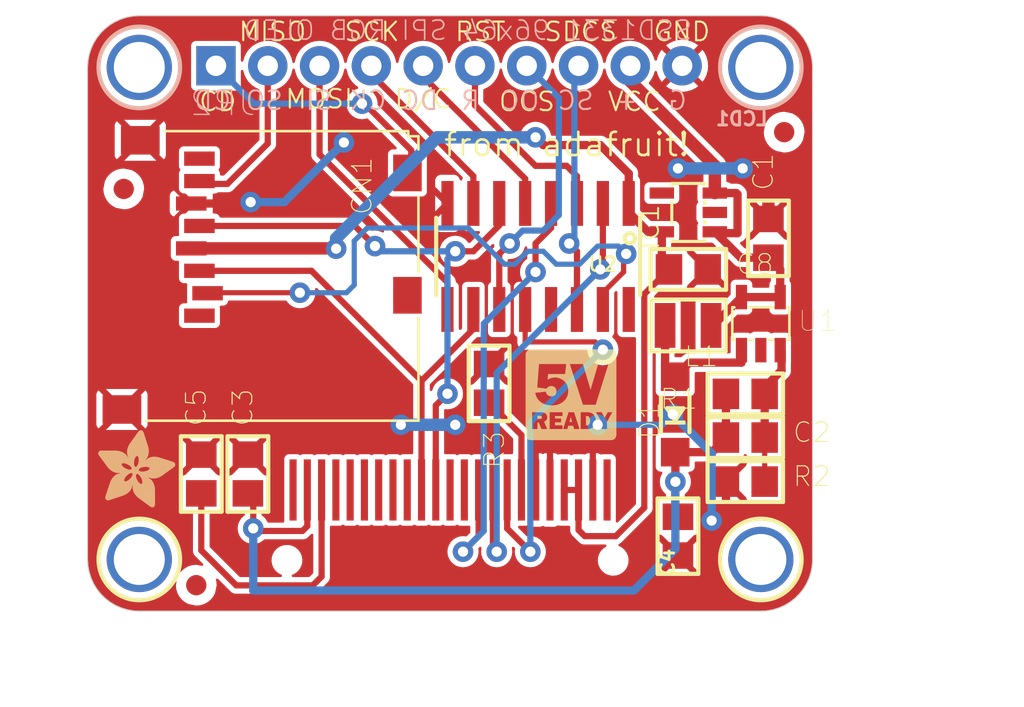
<source format=kicad_pcb>
(kicad_pcb (version 20221018) (generator pcbnew)
  (layers (0 "F.Cu" signal) (1 "In1.Cu" signal) (2 "In2.Cu" signal) (3 "In3.Cu" signal) (4 "In4.Cu" signal) (5 "In5.Cu" signal) (6 "In6.Cu" signal) (7 "In7.Cu" signal) (8 "In8.Cu" signal) (9 "In9.Cu" signal) (10 "In10.Cu" signal) (11 "In11.Cu" signal) (12 "In12.Cu" signal) (13 "In13.Cu" signal) (14 "In14.Cu" signal) (31 "B.Cu" signal) (34 "B.Paste" user) (35 "F.Paste" user) (36 "B.SilkS" user "B.Silkscreen") (37 "F.SilkS" user "F.Silkscreen") (38 "B.Mask" user) (39 "F.Mask" user) (44 "Edge.Cuts" user))
  (net 0 "")
  (net 1 "RESET_5V")
  (net 2 "N$1")
  (net 3 "GND")
  (net 4 "N$3")
  (net 5 "N$5")
  (net 6 "3.3V")
  (net 7 "VCOMH")
  (net 8 "SD_DOUT")
  (net 9 "SD_CD")
  (net 10 "V+")
  (net 11 "+12V")
  (net 12 "SCK_3.3")
  (net 13 "MOSI_3.3")
  (net 14 "DC_3.3")
  (net 15 "LCD_CS_3.3")
  (net 16 "SD_CS_3.3")
  (net 17 "SCK_5V")
  (net 18 "MOSI_5V")
  (net 19 "DC_5V")
  (net 20 "LCD_CS_5V")
  (net 21 "SD_CS_5V")
  (net 22 "RESET_3.3")
  (footprint "working:SOT23-5" (layer "F.Cu") (at 163.7411 105.5026)
    (fp_text reference "U1" (at 1.778 -0.127) (layer "F.SilkS") (effects (font (size 0.986089 0.986089) (thickness 0.029911)) (justify left)))
    (fp_text value "FAN5331SX")
    (pad "1" smd rect (at -0.95 1.3001) (size 0.55 1.2) (layers "F.Cu" "F.Paste" "F.Mask") (net 2 "N$1"))
    (pad "2" smd rect (at 0 1.3001) (size 0.55 1.2) (layers "F.Cu" "F.Paste" "F.Mask") (net 3 "GND"))
    (pad "3" smd rect (at 0.95 1.3001) (size 0.55 1.2) (layers "F.Cu" "F.Paste" "F.Mask") (net 4 "N$3"))
    (pad "4" smd rect (at 0.95 -1.3001) (size 0.55 1.2) (layers "F.Cu" "F.Paste" "F.Mask") (net 10 "V+"))
    (pad "5" smd rect (at -0.95 -1.3001) (size 0.55 1.2) (layers "F.Cu" "F.Paste" "F.Mask") (net 10 "V+"))
  )
  (footprint "working:0805" (layer "F.Cu") (at 162.9791 111.0906)
    (fp_text reference "C2" (at 2.286 -0.254) (layer "F.SilkS") (effects (font (size 0.96268 0.96268) (thickness 0.05332)) (justify left)))
    (fp_text value "0.1uF")
    (pad "1" smd rect (at -0.95 0) (size 1.3 1.5) (layers "F.Cu" "F.Paste" "F.Mask") (net 11 "+12V"))
    (pad "2" smd rect (at 0.95 0) (size 1.3 1.5) (layers "F.Cu" "F.Paste" "F.Mask") (net 4 "N$3"))
  )
  (footprint "working:0805" (layer "F.Cu") (at 138.5861 112.8776 90)
    (fp_text reference "C3" (at 2.286 -0.254 90) (layer "F.SilkS") (effects (font (size 0.96268 0.96268) (thickness 0.05332)) (justify left)))
    (fp_text value "10uF/16V")
    (pad "1" smd rect (at -0.95 0 90) (size 1.3 1.5) (layers "F.Cu" "F.Paste" "F.Mask") (net 11 "+12V"))
    (pad "2" smd rect (at 0.95 0 90) (size 1.3 1.5) (layers "F.Cu" "F.Paste" "F.Mask") (net 3 "GND"))
  )
  (footprint "working:0805" (layer "F.Cu") (at 164.1131 101.3206 90)
    (fp_text reference "C1" (at 2.286 -0.254 90) (layer "F.SilkS") (effects (font (size 0.96268 0.96268) (thickness 0.05332)) (justify left)))
    (fp_text value "10uF")
    (pad "1" smd rect (at -0.95 0 90) (size 1.3 1.5) (layers "F.Cu" "F.Paste" "F.Mask") (net 10 "V+"))
    (pad "2" smd rect (at 0.95 0 90) (size 1.3 1.5) (layers "F.Cu" "F.Paste" "F.Mask") (net 3 "GND"))
  )
  (footprint "working:LOGIC_5VREADY_5MM" (layer "F.Cu") (at 151.9301 111.4806)
    (fp_text reference "U$28" hide)
    (fp_text value "" hide)
  )
  (footprint "working:MICROSD" (layer "F.Cu") (at 146.8501 96.1136 -90)
    (fp_text reference "CN1" (at 1.16 2.67 90) (layer "F.SilkS") (effects (font (size 0.96268 0.96268) (thickness 0.05332)) (justify right)))
    (fp_text value "")
    (pad "1" smd rect (at 9 10.64 270) (size 0.7 1.5) (layers "F.Cu" "F.Paste" "F.Mask"))
    (pad "2" smd rect (at 7.9 10.24 270) (size 0.7 1.5) (layers "F.Cu" "F.Paste" "F.Mask") (net 16 "SD_CS_3.3"))
    (pad "3" smd rect (at 6.8 10.64 270) (size 0.7 1.5) (layers "F.Cu" "F.Paste" "F.Mask") (net 13 "MOSI_3.3"))
    (pad "4" smd rect (at 5.7 11.04 270) (size 0.7 1.5) (layers "F.Cu" "F.Paste" "F.Mask") (net 6 "3.3V"))
    (pad "5" smd rect (at 4.6 10.64 270) (size 0.7 1.5) (layers "F.Cu" "F.Paste" "F.Mask") (net 12 "SCK_3.3"))
    (pad "6" smd rect (at 3.5 11.04 270) (size 0.7 1.5) (layers "F.Cu" "F.Paste" "F.Mask") (net 3 "GND"))
    (pad "7" smd rect (at 2.4 10.64 270) (size 0.7 1.5) (layers "F.Cu" "F.Paste" "F.Mask") (net 8 "SD_DOUT"))
    (pad "8" smd rect (at 1.3 10.64 270) (size 0.7 1.5) (layers "F.Cu" "F.Paste" "F.Mask"))
    (pad "CD1" smd rect (at 2 0.44) (size 1.4 1.8) (layers "F.Cu" "F.Paste" "F.Mask") (net 9 "SD_CD"))
    (pad "CD2" smd rect (at 8 0.44) (size 1.4 1.8) (layers "F.Cu" "F.Paste" "F.Mask"))
    (pad "MT1" smd rect (at 0.4 13.54 270) (size 1.4 1.9) (layers "F.Cu" "F.Paste" "F.Mask") (net 3 "GND"))
    (pad "MT2" smd rect (at 13.6 14.44 270) (size 1.4 1.9) (layers "F.Cu" "F.Paste" "F.Mask") (net 3 "GND"))
  )
  (footprint "working:SOIC16" (layer "F.Cu") (at 152.8191 102.2096 180)
    (fp_text reference "U2" (at -3.937 -0.381) (layer "F.SilkS") (effects (font (size 0.692831 0.692831) (thickness 0.119969)) (justify right)))
    (fp_text value "74HC4050")
    (pad "1" smd rect (at -4.445 2.6 180) (size 0.6 2.2) (layers "F.Cu" "F.Paste" "F.Mask") (net 6 "3.3V"))
    (pad "2" smd rect (at -3.175 2.6 180) (size 0.6 2.2) (layers "F.Cu" "F.Paste" "F.Mask") (net 22 "RESET_3.3"))
    (pad "3" smd rect (at -1.905 2.6 180) (size 0.6 2.2) (layers "F.Cu" "F.Paste" "F.Mask") (net 1 "RESET_5V"))
    (pad "4" smd rect (at -0.635 2.6 180) (size 0.6 2.2) (layers "F.Cu" "F.Paste" "F.Mask") (net 14 "DC_3.3"))
    (pad "5" smd rect (at 0.635 2.6 180) (size 0.6 2.2) (layers "F.Cu" "F.Paste" "F.Mask") (net 19 "DC_5V"))
    (pad "6" smd rect (at 1.905 2.6 180) (size 0.6 2.2) (layers "F.Cu" "F.Paste" "F.Mask") (net 12 "SCK_3.3"))
    (pad "7" smd rect (at 3.175 2.6 180) (size 0.6 2.2) (layers "F.Cu" "F.Paste" "F.Mask") (net 17 "SCK_5V"))
    (pad "8" smd rect (at 4.445 2.6 180) (size 0.6 2.2) (layers "F.Cu" "F.Paste" "F.Mask") (net 3 "GND"))
    (pad "9" smd rect (at 4.445 -2.6 180) (size 0.6 2.2) (layers "F.Cu" "F.Paste" "F.Mask") (net 18 "MOSI_5V"))
    (pad "10" smd rect (at 3.175 -2.6 180) (size 0.6 2.2) (layers "F.Cu" "F.Paste" "F.Mask") (net 13 "MOSI_3.3"))
    (pad "11" smd rect (at 1.905 -2.6 180) (size 0.6 2.2) (layers "F.Cu" "F.Paste" "F.Mask") (net 20 "LCD_CS_5V"))
    (pad "12" smd rect (at 0.635 -2.6 180) (size 0.6 2.2) (layers "F.Cu" "F.Paste" "F.Mask") (net 15 "LCD_CS_3.3"))
    (pad "13" smd rect (at -0.635 -2.6 180) (size 0.6 2.2) (layers "F.Cu" "F.Paste" "F.Mask"))
    (pad "14" smd rect (at -1.905 -2.6 180) (size 0.6 2.2) (layers "F.Cu" "F.Paste" "F.Mask") (net 21 "SD_CS_5V"))
    (pad "15" smd rect (at -3.175 -2.6 180) (size 0.6 2.2) (layers "F.Cu" "F.Paste" "F.Mask") (net 16 "SD_CS_3.3"))
    (pad "16" smd rect (at -4.445 -2.6 180) (size 0.6 2.2) (layers "F.Cu" "F.Paste" "F.Mask"))
  )
  (footprint "working:MOUNTINGHOLE_2.5_PLATED" (layer "F.Cu") (at 163.7411 117.0686)
    (fp_text reference "U$15" hide)
    (fp_text value "MOUNTINGHOLE2.5" hide)
    (pad "P$1" thru_hole circle (at 0 0) (size 3.2 3.2) (drill 2.5) (layers "*.Cu" "*.Mask"))
    (zone (net 0) (net_name "") (layer "F.Cu") (connect_pads (clearance 0)) (min_thickness 0.25)
      (keepout (tracks not_allowed) (vias not_allowed) (pads not_allowed) (copperpour not_allowed) (footprints allowed))
      (fill (thermal_gap 0.5) (thermal_bridge_width 0.5))
      (polygon (pts (xy 165.7571 117.0686) (xy 165.73748 116.788027) (xy 165.679004 116.512915) (xy 165.582808 116.248619) (xy 165.450765 116.000283) (xy 165.285446 115.77274) (xy 165.090067 115.57042) (xy 164.868433 115.39726) (xy 164.624856 115.256631) (xy 164.364078 115.15127) (xy 164.091175 115.083228) (xy 163.811457 115.053828) (xy 163.530371 115.063644) (xy 163.253385 115.112484) (xy 162.985893 115.199397) (xy 162.7331 115.322693) (xy 162.499926 115.47997) (xy 162.290911 115.668169) (xy 162.110122 115.883625) (xy 161.961078 116.122145) (xy 161.84668 116.379087) (xy 161.769154 116.64945) (xy 161.730011 116.927971) (xy 161.730011 117.209229) (xy 161.769154 117.48775) (xy 161.84668 117.758113) (xy 161.961078 118.015055) (xy 162.110122 118.253575) (xy 162.290911 118.469031) (xy 162.499926 118.65723) (xy 162.7331 118.814507) (xy 162.985893 118.937803) (xy 163.253385 119.024716) (xy 163.530371 119.073556) (xy 163.811457 119.083372) (xy 164.091175 119.053972) (xy 164.364078 118.98593) (xy 164.624856 118.880569) (xy 164.868433 118.73994) (xy 165.090067 118.56678) (xy 165.285446 118.36446) (xy 165.450765 118.136917) (xy 165.582808 117.888581) (xy 165.679004 117.624285) (xy 165.73748 117.349173)))
      (polygon (pts (xy 163.7251 117.0686) (xy 163.729786 117.079914) (xy 163.7411 117.0846) (xy 163.752414 117.079914) (xy 163.7571 117.0686) (xy 163.752414 117.057286) (xy 163.7411 117.0526) (xy 163.729786 117.057286)))
    )
  )
  (footprint "working:ADAFRUIT_3.5MM" (layer "F.Cu") (at 131.2291 114.5286)
    (fp_text reference "U$17" hide)
    (fp_text value "" hide)
  )
  (footprint "working:FIDUCIAL_1MM" (layer "F.Cu") (at 136.0551 118.3296)
    (fp_text reference "U$12" hide)
    (fp_text value "FIDUCIAL" hide)
    (pad "1" smd roundrect (at 0 0) (size 1 1) (layers "F.Cu") (roundrect_rratio 0.5))
    (zone (net 0) (net_name "") (layer "F.Cu") (connect_pads (clearance 0)) (min_thickness 0.25)
      (keepout (tracks not_allowed) (vias not_allowed) (pads not_allowed) (copperpour not_allowed) (footprints allowed))
      (fill (thermal_gap 0.5) (thermal_bridge_width 0.5))
      (polygon (pts (xy 135.0551 118.3296) (xy 135.0551 118.3296) (xy 135.074315 118.52469) (xy 135.13122 118.712283) (xy 135.22363 118.88517) (xy 135.347993 119.036707) (xy 135.49953 119.16107) (xy 135.672417 119.25348) (xy 136.0551 119.3296) (xy 136.0551 119.3296) (xy 136.25019 119.310385) (xy 136.437783 119.25348) (xy 136.61067 119.16107) (xy 136.762207 119.036707) (xy 136.88657 118.88517) (xy 136.97898 118.712283) (xy 137.0551 118.3296) (xy 137.0551 118.3296) (xy 137.035885 118.13451) (xy 136.97898 117.946917) (xy 136.88657 117.77403) (xy 136.762207 117.622493) (xy 136.61067 117.49813) (xy 136.437783 117.40572) (xy 136.0551 117.3296) (xy 136.0551 117.3296) (xy 135.86001 117.348815) (xy 135.672417 117.40572) (xy 135.49953 117.49813) (xy 135.347993 117.622493) (xy 135.22363 117.77403) (xy 135.13122 117.946917)))
    )
  )
  (footprint "working:MOUNTINGHOLE_2.5_PLATED" (layer "F.Cu") (at 133.2611 117.0686)
    (fp_text reference "U$10" hide)
    (fp_text value "MOUNTINGHOLE2.5" hide)
    (pad "P$1" thru_hole circle (at 0 0) (size 3.2 3.2) (drill 2.5) (layers "*.Cu" "*.Mask"))
    (zone (net 0) (net_name "") (layer "F.Cu") (connect_pads (clearance 0)) (min_thickness 0.25)
      (keepout (tracks not_allowed) (vias not_allowed) (pads not_allowed) (copperpour not_allowed) (footprints allowed))
      (fill (thermal_gap 0.5) (thermal_bridge_width 0.5))
      (polygon (pts (xy 135.2771 117.0686) (xy 135.25748 116.788027) (xy 135.199004 116.512915) (xy 135.102808 116.248619) (xy 134.970765 116.000283) (xy 134.805446 115.77274) (xy 134.610067 115.57042) (xy 134.388433 115.39726) (xy 134.144856 115.256631) (xy 133.884078 115.15127) (xy 133.611175 115.083228) (xy 133.331457 115.053828) (xy 133.050371 115.063644) (xy 132.773385 115.112484) (xy 132.505893 115.199397) (xy 132.2531 115.322693) (xy 132.019926 115.47997) (xy 131.810911 115.668169) (xy 131.630122 115.883625) (xy 131.481078 116.122145) (xy 131.36668 116.379087) (xy 131.289154 116.64945) (xy 131.250011 116.927971) (xy 131.250011 117.209229) (xy 131.289154 117.48775) (xy 131.36668 117.758113) (xy 131.481078 118.015055) (xy 131.630122 118.253575) (xy 131.810911 118.469031) (xy 132.019926 118.65723) (xy 132.2531 118.814507) (xy 132.505893 118.937803) (xy 132.773385 119.024716) (xy 133.050371 119.073556) (xy 133.331457 119.083372) (xy 133.611175 119.053972) (xy 133.884078 118.98593) (xy 134.144856 118.880569) (xy 134.388433 118.73994) (xy 134.610067 118.56678) (xy 134.805446 118.36446) (xy 134.970765 118.136917) (xy 135.102808 117.888581) (xy 135.199004 117.624285) (xy 135.25748 117.349173)))
      (polygon (pts (xy 133.2451 117.0686) (xy 133.249786 117.079914) (xy 133.2611 117.0846) (xy 133.272414 117.079914) (xy 133.2771 117.0686) (xy 133.272414 117.057286) (xy 133.2611 117.0526) (xy 133.249786 117.057286)))
    )
  )
  (footprint "working:0805" (layer "F.Cu") (at 162.9791 108.9496 180)
    (fp_text reference "R1" (at 2.286 -0.254) (layer "F.SilkS") (effects (font (size 0.96268 0.96268) (thickness 0.05332)) (justify right)))
    (fp_text value "100K")
    (pad "1" smd rect (at -0.95 0 180) (size 1.3 1.5) (layers "F.Cu" "F.Paste" "F.Mask") (net 4 "N$3"))
    (pad "2" smd rect (at 0.95 0 180) (size 1.3 1.5) (layers "F.Cu" "F.Paste" "F.Mask") (net 11 "+12V"))
  )
  (footprint "working:INDUCTOR_1007" (layer "F.Cu") (at 160.1731 105.5916 180)
    (fp_text reference "L1" (at -1.524 -1.524) (layer "F.SilkS") (effects (font (size 0.96268 0.96268) (thickness 0.05332)) (justify right)))
    (fp_text value "10uH")
    (pad "P$1" smd rect (at -1.127 0 180) (size 1.016 2.2) (layers "F.Cu" "F.Paste" "F.Mask") (net 10 "V+"))
    (pad "P$2" smd rect (at 1.127 0 180) (size 1.016 2.2) (layers "F.Cu" "F.Paste" "F.Mask") (net 2 "N$1"))
  )
  (footprint "working:FIDUCIAL_1MM" (layer "F.Cu") (at 164.8841 96.1136)
    (fp_text reference "U$16" hide)
    (fp_text value "FIDUCIAL" hide)
    (pad "1" smd roundrect (at 0 0) (size 1 1) (layers "F.Cu") (roundrect_rratio 0.5))
    (zone (net 0) (net_name "") (layer "F.Cu") (connect_pads (clearance 0)) (min_thickness 0.25)
      (keepout (tracks not_allowed) (vias not_allowed) (pads not_allowed) (copperpour not_allowed) (footprints allowed))
      (fill (thermal_gap 0.5) (thermal_bridge_width 0.5))
      (polygon (pts (xy 163.8841 96.1136) (xy 163.8841 96.1136) (xy 163.903315 96.30869) (xy 163.96022 96.496283) (xy 164.05263 96.66917) (xy 164.176993 96.820707) (xy 164.32853 96.94507) (xy 164.501417 97.03748) (xy 164.8841 97.1136) (xy 164.8841 97.1136) (xy 165.07919 97.094385) (xy 165.266783 97.03748) (xy 165.43967 96.94507) (xy 165.591207 96.820707) (xy 165.71557 96.66917) (xy 165.80798 96.496283) (xy 165.8841 96.1136) (xy 165.8841 96.1136) (xy 165.864885 95.91851) (xy 165.80798 95.730917) (xy 165.71557 95.55803) (xy 165.591207 95.406493) (xy 165.43967 95.28213) (xy 165.266783 95.18972) (xy 164.8841 95.1136) (xy 164.8841 95.1136) (xy 164.68901 95.132815) (xy 164.501417 95.18972) (xy 164.32853 95.28213) (xy 164.176993 95.406493) (xy 164.05263 95.55803) (xy 163.96022 95.730917)))
    )
  )
  (footprint "working:SOD-123" (layer "F.Cu") (at 159.5411 109.9566 90)
    (fp_text reference "D1" (at -1.27 -1.27 90) (layer "F.SilkS") (effects (font (size 0.96268 0.96268) (thickness 0.05332)) (justify left)))
    (fp_text value "BAT54T1G")
    (pad "A" smd rect (at 1.85 0 180) (size 1.4 1.4) (layers "F.Cu" "F.Paste" "F.Mask") (net 2 "N$1"))
    (pad "C" smd rect (at -1.85 0 180) (size 1.4 1.4) (layers "F.Cu" "F.Paste" "F.Mask") (net 11 "+12V"))
  )
  (footprint "working:0805" (layer "F.Cu") (at 159.6771 115.9256 -90)
    (fp_text reference "C4" (at 2.032 0.127 -90) (layer "F.SilkS") (effects (font (size 0.666496 0.666496) (thickness 0.146304)) (justify left bottom)))
    (fp_text value "10uF/16V")
    (pad "1" smd rect (at -0.95 0 270) (size 1.3 1.5) (layers "F.Cu" "F.Paste" "F.Mask") (net 11 "+12V"))
    (pad "2" smd rect (at 0.95 0 270) (size 1.3 1.5) (layers "F.Cu" "F.Paste" "F.Mask") (net 3 "GND"))
  )
  (footprint "working:0805" (layer "F.Cu") (at 160.1851 102.8446)
    (fp_text reference "C8" (at 2.286 -0.254) (layer "F.SilkS") (effects (font (size 0.96268 0.96268) (thickness 0.05332)) (justify left)))
    (fp_text value "10uF")
    (pad "1" smd rect (at -0.95 0) (size 1.3 1.5) (layers "F.Cu" "F.Paste" "F.Mask") (net 6 "3.3V"))
    (pad "2" smd rect (at 0.95 0) (size 1.3 1.5) (layers "F.Cu" "F.Paste" "F.Mask") (net 3 "GND"))
  )
  (footprint "working:SOT23-5L" (layer "F.Cu") (at 160.1851 100.0506 90)
    (fp_text reference "IC1" (at -1.905 -1.905 90) (layer "F.SilkS") (effects (font (size 0.922528 0.922528) (thickness 0.093472)) (justify left)))
    (fp_text value "MIC5225-3.3")
    (pad "1" smd rect (at -0.95 1.3 90) (size 0.55 1.2) (layers "F.Cu" "F.Paste" "F.Mask") (net 10 "V+"))
    (pad "2" smd rect (at 0 1.3 90) (size 0.55 1.2) (layers "F.Cu" "F.Paste" "F.Mask") (net 3 "GND"))
    (pad "3" smd rect (at 0.95 1.3 90) (size 0.55 1.2) (layers "F.Cu" "F.Paste" "F.Mask") (net 10 "V+"))
    (pad "4" smd rect (at 0.95 -1.3 90) (size 0.55 1.2) (layers "F.Cu" "F.Paste" "F.Mask"))
    (pad "5" smd rect (at -0.95 -1.3 90) (size 0.55 1.2) (layers "F.Cu" "F.Paste" "F.Mask") (net 6 "3.3V"))
  )
  (footprint "working:0805" (layer "F.Cu") (at 162.9791 113.2496)
    (fp_text reference "R2" (at 2.286 -0.254) (layer "F.SilkS") (effects (font (size 0.96268 0.96268) (thickness 0.05332)) (justify left)))
    (fp_text value "10K")
    (pad "1" smd rect (at -0.95 0) (size 1.3 1.5) (layers "F.Cu" "F.Paste" "F.Mask") (net 3 "GND"))
    (pad "2" smd rect (at 0.95 0) (size 1.3 1.5) (layers "F.Cu" "F.Paste" "F.Mask") (net 4 "N$3"))
  )
  (footprint "working:FIDUCIAL_1MM" (layer "F.Cu") (at 132.4991 98.8986)
    (fp_text reference "U$13" hide)
    (fp_text value "FIDUCIAL" hide)
    (pad "1" smd roundrect (at 0 0) (size 1 1) (layers "F.Cu") (roundrect_rratio 0.5))
    (zone (net 0) (net_name "") (layer "F.Cu") (connect_pads (clearance 0)) (min_thickness 0.25)
      (keepout (tracks not_allowed) (vias not_allowed) (pads not_allowed) (copperpour not_allowed) (footprints allowed))
      (fill (thermal_gap 0.5) (thermal_bridge_width 0.5))
      (polygon (pts (xy 131.4991 98.8986) (xy 131.4991 98.8986) (xy 131.518315 99.09369) (xy 131.57522 99.281283) (xy 131.66763 99.45417) (xy 131.791993 99.605707) (xy 131.94353 99.73007) (xy 132.116417 99.82248) (xy 132.4991 99.8986) (xy 132.4991 99.8986) (xy 132.69419 99.879385) (xy 132.881783 99.82248) (xy 133.05467 99.73007) (xy 133.206207 99.605707) (xy 133.33057 99.45417) (xy 133.42298 99.281283) (xy 133.4991 98.8986) (xy 133.4991 98.8986) (xy 133.479885 98.70351) (xy 133.42298 98.515917) (xy 133.33057 98.34303) (xy 133.206207 98.191493) (xy 133.05467 98.06713) (xy 132.881783 97.97472) (xy 132.4991 97.8986) (xy 132.4991 97.8986) (xy 132.30401 97.917815) (xy 132.116417 97.97472) (xy 131.94353 98.06713) (xy 131.791993 98.191493) (xy 131.66763 98.34303) (xy 131.57522 98.515917)))
    )
  )
  (footprint "working:0805" (layer "F.Cu") (at 136.3001 112.8776 90)
    (fp_text reference "C5" (at 2.286 -0.254 90) (layer "F.SilkS") (effects (font (size 0.96268 0.96268) (thickness 0.05332)) (justify left)))
    (fp_text value "10uF/16V")
    (pad "1" smd rect (at -0.95 0 90) (size 1.3 1.5) (layers "F.Cu" "F.Paste" "F.Mask") (net 7 "VCOMH"))
    (pad "2" smd rect (at 0.95 0 90) (size 1.3 1.5) (layers "F.Cu" "F.Paste" "F.Mask") (net 3 "GND"))
  )
  (footprint "working:0805" (layer "F.Cu") (at 150.4151 108.4326 -90)
    (fp_text reference "R3" (at 2.286 -0.254 90) (layer "F.SilkS") (effects (font (size 0.96268 0.96268) (thickness 0.05332)) (justify right)))
    (fp_text value "920K")
    (pad "1" smd rect (at -0.95 0 270) (size 1.3 1.5) (layers "F.Cu" "F.Paste" "F.Mask") (net 3 "GND"))
    (pad "2" smd rect (at 0.95 0 270) (size 1.3 1.5) (layers "F.Cu" "F.Paste" "F.Mask") (net 5 "N$5"))
  )
  (footprint "working:UG-9664HDDAG01_WRAPAROUND" (layer "B.Cu") (at 148.5011 117.7986 180)
    (fp_text reference "LCD1" (at -12.954 22.728) (layer "B.SilkS") (effects (font (size 0.666496 0.666496) (thickness 0.146304)) (justify right top mirror)))
    (fp_text value "UG-9664HDDAG01")
    (pad "" np_thru_hole circle (at -8 0.688 180) (size 1 1) (drill 1) (layers "*.Cu" "*.Mask"))
    (pad "" np_thru_hole circle (at 8 0.688 180) (size 1 1) (drill 1) (layers "*.Cu" "*.Mask"))
    (pad "1" smd rect (at -7.7 4.138) (size 0.35 3) (layers "F.Cu" "F.Paste" "F.Mask"))
    (pad "2" smd rect (at -7 4.138) (size 0.35 3) (layers "F.Cu" "F.Paste" "F.Mask") (net 3 "GND"))
    (pad "3" smd rect (at -6.3 4.138) (size 0.35 3) (layers "F.Cu" "F.Paste" "F.Mask") (net 6 "3.3V"))
    (pad "4" smd rect (at -5.6 4.138) (size 0.35 3) (layers "F.Cu" "F.Paste" "F.Mask") (net 6 "3.3V"))
    (pad "5" smd rect (at -4.9 4.138) (size 0.35 3) (layers "F.Cu" "F.Paste" "F.Mask") (net 3 "GND"))
    (pad "6" smd rect (at -4.2 4.138) (size 0.35 3) (layers "F.Cu" "F.Paste" "F.Mask") (net 3 "GND"))
    (pad "7" smd rect (at -3.5 4.138) (size 0.35 3) (layers "F.Cu" "F.Paste" "F.Mask") (net 5 "N$5"))
    (pad "8" smd rect (at -2.8 4.138) (size 0.35 3) (layers "F.Cu" "F.Paste" "F.Mask") (net 15 "LCD_CS_3.3"))
    (pad "9" smd rect (at -2.1 4.138) (size 0.35 3) (layers "F.Cu" "F.Paste" "F.Mask") (net 22 "RESET_3.3"))
    (pad "10" smd rect (at -1.4 4.138) (size 0.35 3) (layers "F.Cu" "F.Paste" "F.Mask") (net 14 "DC_3.3"))
    (pad "11" smd rect (at -0.7 4.138) (size 0.35 3) (layers "F.Cu" "F.Paste" "F.Mask"))
    (pad "12" smd rect (at 0 4.138) (size 0.35 3) (layers "F.Cu" "F.Paste" "F.Mask"))
    (pad "13" smd rect (at 0.7 4.138) (size 0.35 3) (layers "F.Cu" "F.Paste" "F.Mask") (net 12 "SCK_3.3"))
    (pad "14" smd rect (at 1.4 4.138) (size 0.35 3) (layers "F.Cu" "F.Paste" "F.Mask") (net 13 "MOSI_3.3"))
    (pad "15" smd rect (at 2.1 4.138) (size 0.35 3) (layers "F.Cu" "F.Paste" "F.Mask"))
    (pad "16" smd rect (at 2.8 4.138) (size 0.35 3) (layers "F.Cu" "F.Paste" "F.Mask"))
    (pad "17" smd rect (at 3.5 4.138) (size 0.35 3) (layers "F.Cu" "F.Paste" "F.Mask"))
    (pad "18" smd rect (at 4.2 4.138) (size 0.35 3) (layers "F.Cu" "F.Paste" "F.Mask"))
    (pad "19" smd rect (at 4.9 4.138) (size 0.35 3) (layers "F.Cu" "F.Paste" "F.Mask"))
    (pad "20" smd rect (at 5.6 4.138) (size 0.35 3) (layers "F.Cu" "F.Paste" "F.Mask"))
    (pad "21" smd rect (at 6.3 4.138) (size 0.35 3) (layers "F.Cu" "F.Paste" "F.Mask") (net 7 "VCOMH"))
    (pad "22" smd rect (at 7 4.138) (size 0.35 3) (layers "F.Cu" "F.Paste" "F.Mask") (net 11 "+12V"))
    (pad "23" smd rect (at 7.7 4.138) (size 0.35 3) (layers "F.Cu" "F.Paste" "F.Mask"))
  )
  (footprint "working:1X10_ROUND_76" (layer "B.Cu") (at 148.4511 92.8596)
    (fp_text reference "JP2" (at -12.7762 1.8288) (layer "B.SilkS") (effects (font (size 1.20335 1.20335) (thickness 0.06665)) (justify right mirror)))
    (fp_text value "")
    (pad "1" thru_hole rect (at -11.43 0 270) (size 1.9304 1.9304) (drill 1) (layers "*.Cu" "*.Mask") (net 9 "SD_CD"))
    (pad "2" thru_hole circle (at -8.89 0 270) (size 1.9304 1.9304) (drill 1) (layers "*.Cu" "*.Mask") (net 8 "SD_DOUT"))
    (pad "3" thru_hole circle (at -6.35 0 270) (size 1.9304 1.9304) (drill 1) (layers "*.Cu" "*.Mask") (net 18 "MOSI_5V"))
    (pad "4" thru_hole circle (at -3.81 0 270) (size 1.9304 1.9304) (drill 1) (layers "*.Cu" "*.Mask") (net 17 "SCK_5V"))
    (pad "5" thru_hole circle (at -1.27 0 270) (size 1.9304 1.9304) (drill 1) (layers "*.Cu" "*.Mask") (net 19 "DC_5V"))
    (pad "6" thru_hole circle (at 1.27 0 270) (size 1.9304 1.9304) (drill 1) (layers "*.Cu" "*.Mask") (net 1 "RESET_5V"))
    (pad "7" thru_hole circle (at 3.81 0 270) (size 1.9304 1.9304) (drill 1) (layers "*.Cu" "*.Mask") (net 20 "LCD_CS_5V"))
    (pad "8" thru_hole circle (at 6.35 0 270) (size 1.9304 1.9304) (drill 1) (layers "*.Cu" "*.Mask") (net 21 "SD_CS_5V"))
    (pad "9" thru_hole circle (at 8.89 0 270) (size 1.9304 1.9304) (drill 1) (layers "*.Cu" "*.Mask") (net 10 "V+"))
    (pad "10" thru_hole circle (at 11.43 0 270) (size 1.9304 1.9304) (drill 1) (layers "*.Cu" "*.Mask") (net 3 "GND"))
  )
  (footprint "working:MOUNTINGHOLE_2.5_PLATED" (layer "B.Cu") (at 163.7411 92.9386 180)
    (fp_text reference "U$11" hide)
    (fp_text value "MOUNTINGHOLE2.5" hide)
    (pad "P$1" thru_hole circle (at 0 0 180) (size 3.2 3.2) (drill 2.5) (layers "*.Cu" "*.Mask"))
    (zone (net 0) (net_name "") (layer "F.Cu") (connect_pads (clearance 0)) (min_thickness 0.25)
      (keepout (tracks not_allowed) (vias not_allowed) (pads not_allowed) (copperpour not_allowed) (footprints allowed))
      (fill (thermal_gap 0.5) (thermal_bridge_width 0.5))
      (polygon (pts (xy 161.7251 92.9386) (xy 161.74472 92.658027) (xy 161.803196 92.382915) (xy 161.899392 92.118619) (xy 162.031435 91.870283) (xy 162.196754 91.64274) (xy 162.392133 91.44042) (xy 162.613767 91.26726) (xy 162.857344 91.126631) (xy 163.118122 91.02127) (xy 163.391025 90.953228) (xy 163.670743 90.923828) (xy 163.951829 90.933644) (xy 164.228815 90.982484) (xy 164.496307 91.069397) (xy 164.7491 91.192693) (xy 164.982274 91.34997) (xy 165.191289 91.538169) (xy 165.372078 91.753625) (xy 165.521122 91.992145) (xy 165.63552 92.249087) (xy 165.713046 92.51945) (xy 165.752189 92.797971) (xy 165.752189 93.079229) (xy 165.713046 93.35775) (xy 165.63552 93.628113) (xy 165.521122 93.885055) (xy 165.372078 94.123575) (xy 165.191289 94.339031) (xy 164.982274 94.52723) (xy 164.7491 94.684507) (xy 164.496307 94.807803) (xy 164.228815 94.894716) (xy 163.951829 94.943556) (xy 163.670743 94.953372) (xy 163.391025 94.923972) (xy 163.118122 94.85593) (xy 162.857344 94.750569) (xy 162.613767 94.60994) (xy 162.392133 94.43678) (xy 162.196754 94.23446) (xy 162.031435 94.006917) (xy 161.899392 93.758581) (xy 161.803196 93.494285) (xy 161.74472 93.219173)))
      (polygon (pts (xy 163.7571 92.9386) (xy 163.752414 92.949914) (xy 163.7411 92.9546) (xy 163.729786 92.949914) (xy 163.7251 92.9386) (xy 163.729786 92.927286) (xy 163.7411 92.9226) (xy 163.752414 92.927286)))
    )
  )
  (footprint "working:MOUNTINGHOLE_2.5_PLATED" (layer "B.Cu") (at 133.2611 92.9386 180)
    (fp_text reference "U$9" hide)
    (fp_text value "MOUNTINGHOLE2.5" hide)
    (pad "P$1" thru_hole circle (at 0 0 180) (size 3.2 3.2) (drill 2.5) (layers "*.Cu" "*.Mask"))
    (zone (net 0) (net_name "") (layer "F.Cu") (connect_pads (clearance 0)) (min_thickness 0.25)
      (keepout (tracks not_allowed) (vias not_allowed) (pads not_allowed) (copperpour not_allowed) (footprints allowed))
      (fill (thermal_gap 0.5) (thermal_bridge_width 0.5))
      (polygon (pts (xy 131.2451 92.9386) (xy 131.26472 92.658027) (xy 131.323196 92.382915) (xy 131.419392 92.118619) (xy 131.551435 91.870283) (xy 131.716754 91.64274) (xy 131.912133 91.44042) (xy 132.133767 91.26726) (xy 132.377344 91.126631) (xy 132.638122 91.02127) (xy 132.911025 90.953228) (xy 133.190743 90.923828) (xy 133.471829 90.933644) (xy 133.748815 90.982484) (xy 134.016307 91.069397) (xy 134.2691 91.192693) (xy 134.502274 91.34997) (xy 134.711289 91.538169) (xy 134.892078 91.753625) (xy 135.041122 91.992145) (xy 135.15552 92.249087) (xy 135.233046 92.51945) (xy 135.272189 92.797971) (xy 135.272189 93.079229) (xy 135.233046 93.35775) (xy 135.15552 93.628113) (xy 135.041122 93.885055) (xy 134.892078 94.123575) (xy 134.711289 94.339031) (xy 134.502274 94.52723) (xy 134.2691 94.684507) (xy 134.016307 94.807803) (xy 133.748815 94.894716) (xy 133.471829 94.943556) (xy 133.190743 94.953372) (xy 132.911025 94.923972) (xy 132.638122 94.85593) (xy 132.377344 94.750569) (xy 132.133767 94.60994) (xy 131.912133 94.43678) (xy 131.716754 94.23446) (xy 131.551435 94.006917) (xy 131.419392 93.758581) (xy 131.323196 93.494285) (xy 131.26472 93.219173)))
      (polygon (pts (xy 133.2771 92.9386) (xy 133.272414 92.949914) (xy 133.2611 92.9546) (xy 133.249786 92.949914) (xy 133.2451 92.9386) (xy 133.249786 92.927286) (xy 133.2611 92.9226) (xy 133.272414 92.927286)))
    )
  )
  (gr_line (start 133.2611 119.6086) (end 163.7411 119.6086) (stroke (width 0.05)) (layer "Edge.Cuts"))
  (gr_line (start 130.7211 92.9386) (end 130.7211 117.0686) (stroke (width 0.05)) (layer "Edge.Cuts"))
  (gr_arc (start 133.2611 119.6086) (mid 131.465049 118.864651) (end 130.7211 117.0686) (stroke (width 0.05)) (layer "Edge.Cuts"))
  (gr_arc (start 130.7211 92.9386) (mid 131.465049 91.142549) (end 133.2611 90.3986) (stroke (width 0.05)) (layer "Edge.Cuts"))
  (gr_arc (start 163.7411 90.3986) (mid 165.537151 91.142549) (end 166.2811 92.9386) (stroke (width 0.05)) (layer "Edge.Cuts"))
  (gr_arc (start 166.2811 117.0686) (mid 165.537151 118.864651) (end 163.7411 119.6086) (stroke (width 0.05)) (layer "Edge.Cuts"))
  (gr_line (start 166.2811 117.0686) (end 166.2811 92.9386) (stroke (width 0.05)) (layer "Edge.Cuts"))
  (gr_line (start 163.7411 90.3986) (end 133.2611 90.3986) (stroke (width 0.05)) (layer "Edge.Cuts"))
  (gr_text "SO" (at 140.3731 95.0976) (layer "B.SilkS") (effects (font (size 0.9144 0.9144) (thickness 0.1016)) (justify left bottom mirror)))
  (gr_text "CD" (at 137.8331 95.0976) (layer "B.SilkS") (effects (font (size 0.9144 0.9144) (thickness 0.1016)) (justify left bottom mirror)))
  (gr_text "SSD1331 96x64 SPI RGB OLED" (at 160.4391 91.6686) (layer "B.SilkS") (effects (font (size 0.93472 0.93472) (thickness 0.08128)) (justify left bottom mirror)))
  (gr_text "R" (at 150.0251 95.0976) (layer "B.SilkS") (effects (font (size 0.9144 0.9144) (thickness 0.1016)) (justify left bottom mirror)))
  (gr_text "SC" (at 155.6131 95.0976) (layer "B.SilkS") (effects (font (size 0.9144 0.9144) (thickness 0.1016)) (justify left bottom mirror)))
  (gr_text "G" (at 160.1851 95.0976) (layer "B.SilkS") (effects (font (size 0.9144 0.9144) (thickness 0.1016)) (justify left bottom mirror)))
  (gr_text "+" (at 157.7721 95.0976) (layer "B.SilkS") (effects (font (size 0.9144 0.9144) (thickness 0.1016)) (justify left bottom mirror)))
  (gr_text "DC" (at 147.9931 95.0976) (layer "B.SilkS") (effects (font (size 0.9144 0.9144) (thickness 0.1016)) (justify left bottom mirror)))
  (gr_text "CK" (at 145.4531 95.0976) (layer "B.SilkS") (effects (font (size 0.9144 0.9144) (thickness 0.1016)) (justify left bottom mirror)))
  (gr_text "SI" (at 142.7861 95.0976) (layer "B.SilkS") (effects (font (size 0.9144 0.9144) (thickness 0.1016)) (justify left bottom mirror)))
  (gr_text "OC" (at 152.9461 95.0976) (layer "B.SilkS") (effects (font (size 0.9144 0.9144) (thickness 0.1016)) (justify left bottom mirror)))
  (gr_text "D/C" (at 148.6281 93.9546) (layer "F.SilkS") (effects (font (size 0.9144 0.9144) (thickness 0.1016)) (justify right top)))
  (gr_text "VCC" (at 158.9151 94.0816) (layer "F.SilkS") (effects (font (size 0.9144 0.9144) (thickness 0.1016)) (justify right top)))
  (gr_text "MISO" (at 141.5161 90.6526) (layer "F.SilkS") (effects (font (size 0.9144 0.9144) (thickness 0.1016)) (justify right top)))
  (gr_text "MOSI" (at 143.8021 93.9546) (layer "F.SilkS") (effects (font (size 0.9144 0.9144) (thickness 0.1016)) (justify right top)))
  (gr_text "RST" (at 151.2951 90.6526) (layer "F.SilkS") (effects (font (size 0.9144 0.9144) (thickness 0.1016)) (justify right top)))
  (gr_text "GND" (at 161.3281 90.6526) (layer "F.SilkS") (effects (font (size 0.9144 0.9144) (thickness 0.1016)) (justify right top)))
  (gr_text "OCS" (at 153.7081 94.0816) (layer "F.SilkS") (effects (font (size 0.9144 0.9144) (thickness 0.1016)) (justify right top)))
  (gr_text "SCK" (at 146.0881 90.6526) (layer "F.SilkS") (effects (font (size 0.9144 0.9144) (thickness 0.1016)) (justify right top)))
  (gr_text "CD" (at 138.0871 94.0816) (layer "F.SilkS") (effects (font (size 0.9144 0.9144) (thickness 0.1016)) (justify right top)))
  (gr_text "SDCS" (at 156.7561 90.6526) (layer "F.SilkS") (effects (font (size 0.9144 0.9144) (thickness 0.1016)) (justify right top)))
  (gr_text "from adafruit!" (at 148.1201 97.3836) (layer "F.SilkS") (effects (font (size 1.143 1.143) (thickness 0.127)) (justify left bottom)))
  (segment (start 152.6921 97.7646) (end 154.2161 97.7646) (width 0.3048) (layer "F.Cu") (net 1))
  (segment (start 149.7211 94.7936) (end 152.6921 97.7646) (width 0.3048) (layer "F.Cu") (net 1))
  (segment (start 149.7211 92.8596) (end 149.7211 94.7936) (width 0.3048) (layer "F.Cu") (net 1))
  (segment (start 154.2161 97.7646) (end 154.7241 98.2726) (width 0.3048) (layer "F.Cu") (net 1))
  (segment (start 154.7241 98.2726) (end 154.7241 99.6096) (width 0.3048) (layer "F.Cu") (net 1))
  (segment (start 160.2311 107.4166) (end 162.7911 107.4166) (width 0.4064) (layer "F.Cu") (net 2))
  (segment (start 159.0461 105.5916) (end 159.0461 107.6116) (width 0.4064) (layer "F.Cu") (net 2))
  (segment (start 159.0461 107.6116) (end 159.5411 108.1066) (width 0.4064) (layer "F.Cu") (net 2))
  (segment (start 159.5411 108.1066) (end 160.2311 107.4166) (width 0.4064) (layer "F.Cu") (net 2))
  (segment (start 162.7911 107.4166) (end 162.7911 106.8027) (width 0.4064) (layer "F.Cu") (net 2))
  (segment (start 164.1131 99.1526) (end 162.8521 97.8916) (width 0.6096) (layer "F.Cu") (net 3))
  (segment (start 153.4011 113.6606) (end 153.4011 110.8986) (width 0.3048) (layer "F.Cu") (net 3))
  (segment (start 155.5011 110.7036) (end 155.7401 110.4646) (width 0.3048) (layer "F.Cu") (net 3))
  (segment (start 138.6511 99.6136) (end 138.7221 99.5426) (width 0.4064) (layer "F.Cu") (net 3))
  (segment (start 164.1131 100.3706) (end 164.1131 99.1526) (width 0.6096) (layer "F.Cu") (net 3))
  (segment (start 153.4011 110.8986) (end 154.5971 109.7026) (width 0.3048) (layer "F.Cu") (net 3))
  (segment (start 135.8101 99.6136) (end 138.6511 99.6136) (width 0.4064) (layer "F.Cu") (net 3))
  (segment (start 159.2961 97.8916) (end 159.0421 97.6376) (width 0.6096) (layer "F.Cu") (net 3))
  (segment (start 159.6771 97.8916) (end 159.2961 97.8916) (width 0.6096) (layer "F.Cu") (net 3))
  (segment (start 154.5971 109.7026) (end 154.5971 109.0706) (width 0.3048) (layer "F.Cu") (net 3))
  (segment (start 143.2941 96.6216) (end 143.2941 96.7486) (width 0.4064) (layer "F.Cu") (net 3))
  (segment (start 161.3281 115.1636) (end 162.0291 114.4626) (width 0.4064) (layer "F.Cu") (net 3))
  (segment (start 152.7011 113.6606) (end 152.7011 109.4066) (width 0.3048) (layer "F.Cu") (net 3))
  (segment (start 162.0291 114.4626) (end 162.0291 113.2496) (width 0.4064) (layer "F.Cu") (net 3))
  (segment (start 143.2941 96.7486) (end 143.6751 97.1296) (width 0.4064) (layer "F.Cu") (net 3))
  (segment (start 155.5011 113.6606) (end 155.5011 110.7036) (width 0.3048) (layer "F.Cu") (net 3))
  (via (at 138.7221 99.5426) (size 1.008) (drill 0.5) (layers "F.Cu" "B.Cu") (net 3))
  (via (at 159.6771 97.8916) (size 1.008) (drill 0.5) (layers "F.Cu" "B.Cu") (net 3))
  (via (at 146.0881 110.4646) (size 1.008) (drill 0.5) (layers "F.Cu" "B.Cu") (net 3))
  (via (at 143.2941 96.6216) (size 1.008) (drill 0.5) (layers "F.Cu" "B.Cu") (net 3))
  (via (at 148.7551 110.4646) (size 1.008) (drill 0.5) (layers "F.Cu" "B.Cu") (net 3))
  (via (at 155.7401 110.4646) (size 1.008) (drill 0.5) (layers "F.Cu" "B.Cu") (net 3))
  (via (at 159.4231 109.9566) (size 1.008) (drill 0.5) (layers "F.Cu" "B.Cu") (net 3))
  (via (at 161.3281 115.1636) (size 1.008) (drill 0.5) (layers "F.Cu" "B.Cu") (net 3))
  (via (at 162.8521 97.8916) (size 1.008) (drill 0.5) (layers "F.Cu" "B.Cu") (net 3))
  (segment (start 159.4231 109.9566) (end 161.3281 111.8616) (width 0.4064) (layer "B.Cu") (net 3))
  (segment (start 162.8521 97.8916) (end 159.6771 97.8916) (width 0.6096) (layer "B.Cu") (net 3))
  (segment (start 146.0881 110.4646) (end 148.7551 110.4646) (width 0.6096) (layer "B.Cu") (net 3))
  (segment (start 155.7401 110.4646) (end 158.9151 110.4646) (width 0.3048) (layer "B.Cu") (net 3))
  (segment (start 161.3281 111.8616) (end 161.3281 115.1636) (width 0.4064) (layer "B.Cu") (net 3))
  (segment (start 158.9151 110.4646) (end 159.4231 109.9566) (width 0.3048) (layer "B.Cu") (net 3))
  (segment (start 138.7221 99.5426) (end 140.3731 99.5426) (width 0.4064) (layer "B.Cu") (net 3))
  (segment (start 140.3731 99.5426) (end 143.2941 96.6216) (width 0.4064) (layer "B.Cu") (net 3))
  (segment (start 164.7571 106.8687) (end 164.6911 106.8027) (width 0.4064) (layer "F.Cu") (net 4))
  (segment (start 163.9291 113.2496) (end 163.9291 111.0906) (width 0.254) (layer "F.Cu") (net 4))
  (segment (start 163.9291 108.6256) (end 164.7571 107.7976) (width 0.4064) (layer "F.Cu") (net 4))
  (segment (start 163.9291 108.9496) (end 163.9291 108.6256) (width 0.4064) (layer "F.Cu") (net 4))
  (segment (start 163.9291 108.9496) (end 163.9291 111.0906) (width 0.4064) (layer "F.Cu") (net 4))
  (segment (start 164.7571 107.7976) (end 164.7571 106.8687) (width 0.4064) (layer "F.Cu") (net 4))
  (segment (start 152.0011 113.6606) (end 152.0011 110.9686) (width 0.3048) (layer "F.Cu") (net 5))
  (segment (start 152.0011 110.9686) (end 150.4151 109.3826) (width 0.3048) (layer "F.Cu") (net 5))
  (segment (start 159.2351 102.8446) (end 158.0261 104.0536) (width 0.3048) (layer "F.Cu") (net 6))
  (segment (start 155.8671 96.7486) (end 153.0731 96.7486) (width 0.4064) (layer "F.Cu") (net 6))
  (segment (start 154.8011 113.6606) (end 154.1011 113.6606) (width 0.3048) (layer "F.Cu") (net 6))
  (segment (start 157.2641 99.6096) (end 157.2641 98.1456) (width 0.4064) (layer "F.Cu") (net 6))
  (segment (start 142.8981 101.8136) (end 142.9131 101.8286) (width 0.6096) (layer "F.Cu") (net 6))
  (segment (start 158.0261 104.0536) (end 158.0261 114.5286) (width 0.3048) (layer "F.Cu") (net 6))
  (segment (start 157.2641 100.0506) (end 158.2141 101.0006) (width 0.4064) (layer "F.Cu") (net 6))
  (segment (start 153.0731 96.7486) (end 152.6921 96.3676) (width 0.4064) (layer "F.Cu") (net 6))
  (segment (start 158.2141 101.0006) (end 158.8851 101.0006) (width 0.4064) (layer "F.Cu") (net 6))
  (segment (start 155.1051 115.9256) (end 154.8011 115.6216) (width 0.3048) (layer "F.Cu") (net 6))
  (segment (start 157.2641 99.6096) (end 157.2641 100.0506) (width 0.4064) (layer "F.Cu") (net 6))
  (segment (start 157.2641 98.1456) (end 155.8671 96.7486) (width 0.4064) (layer "F.Cu") (net 6))
  (segment (start 158.0261 114.5286) (end 156.6291 115.9256) (width 0.3048) (layer "F.Cu") (net 6))
  (segment (start 159.2351 102.8446) (end 158.8851 102.4946) (width 0.4064) (layer "F.Cu") (net 6))
  (segment (start 156.6291 115.9256) (end 155.1051 115.9256) (width 0.3048) (layer "F.Cu") (net 6))
  (segment (start 158.8851 102.4946) (end 158.8851 101.0006) (width 0.4064) (layer "F.Cu") (net 6))
  (segment (start 154.8011 115.6216) (end 154.8011 113.6606) (width 0.3048) (layer "F.Cu") (net 6))
  (segment (start 135.8101 101.8136) (end 142.8981 101.8136) (width 0.6096) (layer "F.Cu") (net 6))
  (via (at 152.6921 96.3676) (size 1.008) (drill 0.5) (layers "F.Cu" "B.Cu") (net 6))
  (via (at 142.9131 101.8286) (size 1.008) (drill 0.5) (layers "F.Cu" "B.Cu") (net 6))
  (segment (start 152.6921 96.3676) (end 147.8661 96.3676) (width 0.6096) (layer "B.Cu") (net 6))
  (segment (start 147.8661 96.3676) (end 142.9131 101.3206) (width 0.6096) (layer "B.Cu") (net 6))
  (segment (start 142.9131 101.8286) (end 142.9131 101.3206) (width 0.6096) (layer "B.Cu") (net 6))
  (segment (start 141.7701 118.3386) (end 142.2011 117.9076) (width 0.3048) (layer "F.Cu") (net 7))
  (segment (start 138.0171 118.3386) (end 136.3001 116.6216) (width 0.3048) (layer "F.Cu") (net 7))
  (segment (start 136.3001 116.6216) (end 136.3001 113.8276) (width 0.3048) (layer "F.Cu") (net 7))
  (segment (start 142.2011 117.9076) (end 142.2011 113.6606) (width 0.3048) (layer "F.Cu") (net 7))
  (segment (start 138.0171 118.3386) (end 141.7701 118.3386) (width 0.3048) (layer "F.Cu") (net 7))
  (segment (start 137.5791 98.6536) (end 136.3501 98.6536) (width 0.3048) (layer "F.Cu") (net 8))
  (segment (start 136.3501 98.6536) (end 136.2101 98.5136) (width 0.3048) (layer "F.Cu") (net 8))
  (segment (start 139.5611 92.8596) (end 139.5611 96.6716) (width 0.3048) (layer "F.Cu") (net 8))
  (segment (start 139.5611 96.6716) (end 137.5791 98.6536) (width 0.3048) (layer "F.Cu") (net 8))
  (segment (start 144.1831 94.7166) (end 144.3101 94.7166) (width 0.3048) (layer "F.Cu") (net 9))
  (segment (start 146.5961 98.6536) (end 146.4101 98.4676) (width 0.3048) (layer "F.Cu") (net 9))
  (segment (start 146.5961 97.0026) (end 146.5961 98.6536) (width 0.3048) (layer "F.Cu") (net 9))
  (segment (start 146.4101 98.4676) (end 146.4101 98.1136) (width 0.3048) (layer "F.Cu") (net 9))
  (segment (start 144.3101 94.7166) (end 146.5961 97.0026) (width 0.3048) (layer "F.Cu") (net 9))
  (via (at 144.1831 94.7166) (size 1.008) (drill 0.5) (layers "F.Cu" "B.Cu") (net 9))
  (segment (start 138.8781 94.7166) (end 144.1831 94.7166) (width 0.3048) (layer "B.Cu") (net 9))
  (segment (start 137.0211 92.8596) (end 138.8781 94.7166) (width 0.3048) (layer "B.Cu") (net 9))
  (segment (start 161.4851 97.7656) (end 157.3411 93.6216) (width 0.6096) (layer "F.Cu") (net 10))
  (segment (start 161.4851 101.0006) (end 162.7551 102.2706) (width 0.4064) (layer "F.Cu") (net 10))
  (segment (start 161.4851 101.0006) (end 161.5511 101.0666) (width 0.4064) (layer "F.Cu") (net 10))
  (segment (start 162.7911 104.2025) (end 164.6911 104.2025) (width 0.4064) (layer "F.Cu") (net 10))
  (segment (start 164.1131 102.2706) (end 164.6911 102.8486) (width 0.4064) (layer "F.Cu") (net 10))
  (segment (start 162.7551 102.2706) (end 164.1131 102.2706) (width 0.4064) (layer "F.Cu") (net 10))
  (segment (start 162.5981 99.1616) (end 162.5371 99.1006) (width 0.4064) (layer "F.Cu") (net 10))
  (segment (start 162.7911 104.2025) (end 161.402 105.5916) (width 0.4064) (layer "F.Cu") (net 10))
  (segment (start 161.5511 101.0666) (end 162.5981 101.0666) (width 0.4064) (layer "F.Cu") (net 10))
  (segment (start 164.6911 102.8486) (end 164.6911 104.2025) (width 0.4064) (layer "F.Cu") (net 10))
  (segment (start 161.402 105.5916) (end 161.3001 105.5916) (width 0.4064) (layer "F.Cu") (net 10))
  (segment (start 157.3411 93.6216) (end 157.3411 92.8596) (width 0.6096) (layer "F.Cu") (net 10))
  (segment (start 161.4851 97.7656) (end 161.4851 99.1006) (width 0.6096) (layer "F.Cu") (net 10))
  (segment (start 162.5981 101.0666) (end 162.5981 99.1616) (width 0.4064) (layer "F.Cu") (net 10))
  (segment (start 162.5371 99.1006) (end 161.4851 99.1006) (width 0.4064) (layer "F.Cu") (net 10))
  (segment (start 161.3481 111.8066) (end 162.0291 111.1256) (width 0.4064) (layer "F.Cu") (net 11))
  (segment (start 141.5011 115.4326) (end 141.2621 115.6716) (width 0.3048) (layer "F.Cu") (net 11))
  (segment (start 141.2621 115.6716) (end 138.8491 115.6716) (width 0.3048) (layer "F.Cu") (net 11))
  (segment (start 138.8491 114.0906) (end 138.8491 115.5446) (width 0.3048) (layer "F.Cu") (net 11))
  (segment (start 138.5861 113.8276) (end 138.8491 114.0906) (width 0.3048) (layer "F.Cu") (net 11))
  (segment (start 162.0291 111.0906) (end 162.0291 108.9496) (width 0.4064) (layer "F.Cu") (net 11))
  (segment (start 159.5411 111.8066) (end 161.3481 111.8066) (width 0.4064) (layer "F.Cu") (net 11))
  (segment (start 138.8491 115.6716) (end 138.8491 115.5446) (width 0.3048) (layer "F.Cu") (net 11))
  (segment (start 141.5011 115.4326) (end 141.5011 113.6606) (width 0.3048) (layer "F.Cu") (net 11))
  (segment (start 159.6771 114.9756) (end 159.5501 114.9756) (width 0.4064) (layer "F.Cu") (net 11))
  (segment (start 159.5411 111.8066) (end 159.5501 111.8156) (width 0.4064) (layer "F.Cu") (net 11))
  (segment (start 159.5501 114.9756) (end 159.5501 113.2586) (width 0.4064) (layer "F.Cu") (net 11))
  (segment (start 162.0291 111.1256) (end 162.0291 111.0906) (width 0.4064) (layer "F.Cu") (net 11))
  (segment (start 159.5501 111.8156) (end 159.5501 113.2586) (width 0.4064) (layer "F.Cu") (net 11))
  (via (at 159.5501 113.2586) (size 1.008) (drill 0.5) (layers "F.Cu" "B.Cu") (net 11))
  (via (at 138.8491 115.5446) (size 1.008) (drill 0.5) (layers "F.Cu" "B.Cu") (net 11))
  (segment (start 157.5181 118.5926) (end 138.8491 118.5926) (width 0.4064) (layer "B.Cu") (net 11))
  (segment (start 138.8491 118.5926) (end 138.8491 115.5446) (width 0.4064) (layer "B.Cu") (net 11))
  (segment (start 159.5501 113.2586) (end 159.5501 116.5606) (width 0.4064) (layer "B.Cu") (net 11))
  (segment (start 159.5501 116.5606) (end 157.5181 118.5926) (width 0.4064) (layer "B.Cu") (net 11))
  (segment (start 150.9141 100.6856) (end 150.9141 99.6096) (width 0.3048) (layer "F.Cu") (net 12))
  (segment (start 143.8301 100.7136) (end 144.8181 101.7016) (width 0.3048) (layer "F.Cu") (net 12))
  (segment (start 148.7551 101.9556) (end 149.6441 101.9556) (width 0.3048) (layer "F.Cu") (net 12))
  (segment (start 136.2101 100.7136) (end 143.8301 100.7136) (width 0.3048) (layer "F.Cu") (net 12))
  (segment (start 147.8011 109.5136) (end 148.3741 108.9406) (width 0.3048) (layer "F.Cu") (net 12))
  (segment (start 149.6441 101.9556) (end 150.9141 100.6856) (width 0.3048) (layer "F.Cu") (net 12))
  (segment (start 147.8011 113.6606) (end 147.8011 109.5136) (width 0.3048) (layer "F.Cu") (net 12))
  (via (at 144.8181 101.7016) (size 1.008) (drill 0.5) (layers "F.Cu" "B.Cu") (net 12))
  (via (at 148.7551 101.9556) (size 1.008) (drill 0.5) (layers "F.Cu" "B.Cu") (net 12))
  (via (at 148.3741 108.9406) (size 1.008) (drill 0.5) (layers "F.Cu" "B.Cu") (net 12))
  (segment (start 145.0721 101.9556) (end 148.7551 101.9556) (width 0.3048) (layer "B.Cu") (net 12))
  (segment (start 148.3741 102.3366) (end 148.7551 101.9556) (width 0.3048) (layer "B.Cu") (net 12))
  (segment (start 144.8181 101.7016) (end 145.0721 101.9556) (width 0.3048) (layer "B.Cu") (net 12))
  (segment (start 148.3741 108.9406) (end 148.3741 102.3366) (width 0.3048) (layer "B.Cu") (net 12))
  (segment (start 141.7061 102.9136) (end 136.2101 102.9136) (width 0.3048) (layer "F.Cu") (net 13))
  (segment (start 147.1011 108.3086) (end 149.6441 105.7656) (width 0.3048) (layer "F.Cu") (net 13))
  (segment (start 149.6441 105.7656) (end 149.6441 104.8096) (width 0.3048) (layer "F.Cu") (net 13))
  (segment (start 147.1011 108.3086) (end 141.7061 102.9136) (width 0.3048) (layer "F.Cu") (net 13))
  (segment (start 147.1011 113.6606) (end 147.1011 108.3086) (width 0.3048) (layer "F.Cu") (net 13))
  (segment (start 152.6921 101.5746) (end 153.4541 100.8126) (width 0.3048) (layer "F.Cu") (net 14))
  (segment (start 152.6921 102.9716) (end 152.6921 101.5746) (width 0.3048) (layer "F.Cu") (net 14))
  (segment (start 153.4541 100.8126) (end 153.4541 99.6096) (width 0.3048) (layer "F.Cu") (net 14))
  (segment (start 149.9011 113.6606) (end 149.9011 115.9226) (width 0.3048) (layer "F.Cu") (net 14))
  (segment (start 149.9011 115.9226) (end 149.1361 116.6876) (width 0.3048) (layer "F.Cu") (net 14))
  (via (at 152.6921 102.9716) (size 1.008) (drill 0.5) (layers "F.Cu" "B.Cu") (net 14))
  (via (at 149.1361 116.6876) (size 1.008) (drill 0.5) (layers "F.Cu" "B.Cu") (net 14))
  (segment (start 150.1521 105.5116) (end 152.6921 102.9716) (width 0.3048) (layer "B.Cu") (net 14))
  (segment (start 149.1361 116.6876) (end 150.1521 115.6716) (width 0.3048) (layer "B.Cu") (net 14))
  (segment (start 150.1521 115.6716) (end 150.1521 105.5116) (width 0.3048) (layer "B.Cu") (net 14))
  (segment (start 152.1841 106.4006) (end 155.6131 106.4006) (width 0.254) (layer "F.Cu") (net 15))
  (segment (start 155.6131 106.4006) (end 155.9941 106.7816) (width 0.254) (layer "F.Cu") (net 15))
  (segment (start 151.3011 115.5506) (end 152.4381 116.6876) (width 0.3048) (layer "F.Cu") (net 15))
  (segment (start 151.3011 113.6606) (end 151.3011 115.5506) (width 0.3048) (layer "F.Cu") (net 15))
  (segment (start 152.1841 104.8096) (end 152.1841 106.4006) (width 0.254) (layer "F.Cu") (net 15))
  (via (at 152.4381 116.6876) (size 1.008) (drill 0.5) (layers "F.Cu" "B.Cu") (net 15))
  (via (at 155.9941 106.7816) (size 1.008) (drill 0.5) (layers "F.Cu" "B.Cu") (net 15))
  (segment (start 152.4381 116.6876) (end 152.4381 110.3376) (width 0.3048) (layer "B.Cu") (net 15))
  (segment (start 152.4381 110.3376) (end 155.9941 106.7816) (width 0.3048) (layer "B.Cu") (net 15))
  (segment (start 155.9941 103.9876) (end 157.0101 102.9716) (width 0.254) (layer "F.Cu") (net 16))
  (segment (start 155.9941 104.8096) (end 155.9941 103.9876) (width 0.254) (layer "F.Cu") (net 16))
  (segment (start 157.0101 102.9716) (end 157.0101 102.2096) (width 0.254) (layer "F.Cu") (net 16))
  (segment (start 141.1351 103.9876) (end 136.6361 103.9876) (width 0.254) (layer "F.Cu") (net 16))
  (segment (start 157.0101 102.2096) (end 157.1371 102.0826) (width 0.254) (layer "F.Cu") (net 16))
  (segment (start 136.6361 103.9876) (end 136.6101 104.0136) (width 0.254) (layer "F.Cu") (net 16))
  (via (at 157.1371 102.0826) (size 1.008) (drill 0.5) (layers "F.Cu" "B.Cu") (net 16))
  (via (at 141.1351 103.9876) (size 1.008) (drill 0.5) (layers "F.Cu" "B.Cu") (net 16))
  (segment (start 151.6761 102.5906) (end 151.1681 102.5906) (width 0.254) (layer "B.Cu") (net 16))
  (segment (start 154.8511 102.5906) (end 153.7081 102.5906) (width 0.254) (layer "B.Cu") (net 16))
  (segment (start 153.0731 101.9556) (end 152.3111 101.9556) (width 0.254) (layer "B.Cu") (net 16))
  (segment (start 143.8021 103.6066) (end 143.4211 103.9876) (width 0.254) (layer "B.Cu") (net 16))
  (segment (start 143.4211 103.9876) (end 141.1351 103.9876) (width 0.254) (layer "B.Cu") (net 16))
  (segment (start 156.7561 101.7016) (end 155.7401 101.7016) (width 0.254) (layer "B.Cu") (net 16))
  (segment (start 157.1371 102.0826) (end 156.7561 101.7016) (width 0.254) (layer "B.Cu") (net 16))
  (segment (start 151.1681 102.5906) (end 149.3901 100.8126) (width 0.254) (layer "B.Cu") (net 16))
  (segment (start 155.7401 101.7016) (end 154.8511 102.5906) (width 0.254) (layer "B.Cu") (net 16))
  (segment (start 153.7081 102.5906) (end 153.0731 101.9556) (width 0.254) (layer "B.Cu") (net 16))
  (segment (start 152.3111 101.9556) (end 151.6761 102.5906) (width 0.254) (layer "B.Cu") (net 16))
  (segment (start 143.8021 101.4476) (end 143.8021 103.6066) (width 0.254) (layer "B.Cu") (net 16))
  (segment (start 144.4371 100.8126) (end 143.8021 101.4476) (width 0.254) (layer "B.Cu") (net 16))
  (segment (start 149.3901 100.8126) (end 144.4371 100.8126) (width 0.254) (layer "B.Cu") (net 16))
  (segment (start 149.6441 98.2726) (end 149.6441 98.6246) (width 0.3048) (layer "F.Cu") (net 17))
  (segment (start 144.6411 92.8596) (end 144.6411 93.2696) (width 0.3048) (layer "F.Cu") (net 17))
  (segment (start 144.6411 93.2696) (end 149.6441 98.2726) (width 0.3048) (layer "F.Cu") (net 17))
  (segment (start 149.6441 98.6246) (end 149.6441 99.6096) (width 0.3048) (layer "F.Cu") (net 17))
  (segment (start 142.1011 92.8596) (end 142.1011 97.2066) (width 0.3048) (layer "F.Cu") (net 18))
  (segment (start 148.3741 103.4796) (end 148.3741 104.8096) (width 0.3048) (layer "F.Cu") (net 18))
  (segment (start 142.1011 97.2066) (end 148.3741 103.4796) (width 0.3048) (layer "F.Cu") (net 18))
  (segment (start 147.1811 92.8596) (end 147.1811 93.3966) (width 0.3048) (layer "F.Cu") (net 19))
  (segment (start 152.1841 98.6246) (end 152.1841 99.6096) (width 0.3048) (layer "F.Cu") (net 19))
  (segment (start 152.1841 98.3996) (end 152.1841 98.6246) (width 0.3048) (layer "F.Cu") (net 19))
  (segment (start 147.1811 93.3966) (end 152.1841 98.3996) (width 0.3048) (layer "F.Cu") (net 19))
  (segment (start 150.9141 102.0826) (end 151.4221 101.5746) (width 0.3048) (layer "F.Cu") (net 20))
  (segment (start 150.9141 104.8096) (end 150.9141 102.0826) (width 0.3048) (layer "F.Cu") (net 20))
  (via (at 151.4221 101.5746) (size 1.008) (drill 0.5) (layers "F.Cu" "B.Cu") (net 20))
  (segment (start 152.0571 100.9396) (end 153.0731 100.9396) (width 0.3048) (layer "B.Cu") (net 20))
  (segment (start 153.8351 94.4336) (end 152.2611 92.8596) (width 0.3048) (layer "B.Cu") (net 20))
  (segment (start 153.8351 100.1776) (end 153.8351 94.4336) (width 0.3048) (layer "B.Cu") (net 20))
  (segment (start 151.4221 101.5746) (end 152.0571 100.9396) (width 0.3048) (layer "B.Cu") (net 20))
  (segment (start 153.0731 100.9396) (end 153.8351 100.1776) (width 0.3048) (layer "B.Cu") (net 20))
  (segment (start 154.7241 101.9556) (end 154.3431 101.5746) (width 0.3048) (layer "F.Cu") (net 21))
  (segment (start 154.7241 104.8096) (end 154.7241 101.9556) (width 0.3048) (layer "F.Cu") (net 21))
  (via (at 154.3431 101.5746) (size 1.008) (drill 0.5) (layers "F.Cu" "B.Cu") (net 21))
  (segment (start 154.5971 101.3206) (end 154.5971 93.0636) (width 0.3048) (layer "B.Cu") (net 21))
  (segment (start 154.3431 101.5746) (end 154.5971 101.3206) (width 0.3048) (layer "B.Cu") (net 21))
  (segment (start 154.5971 93.0636) (end 154.8011 92.8596) (width 0.3048) (layer "B.Cu") (net 21))
  (segment (start 155.8671 102.8446) (end 155.9941 102.7176) (width 0.3048) (layer "F.Cu") (net 22))
  (segment (start 150.6011 116.5016) (end 150.7871 116.6876) (width 0.3048) (layer "F.Cu") (net 22))
  (segment (start 150.6011 113.6606) (end 150.6011 116.5016) (width 0.3048) (layer "F.Cu") (net 22))
  (segment (start 155.9941 102.7176) (end 155.9941 99.6096) (width 0.3048) (layer "F.Cu") (net 22))
  (via (at 155.8671 102.8446) (size 1.008) (drill 0.5) (layers "F.Cu" "B.Cu") (net 22))
  (via (at 150.7871 116.6876) (size 1.008) (drill 0.5) (layers "F.Cu" "B.Cu") (net 22))
  (segment (start 150.7871 107.9246) (end 155.8671 102.8446) (width 0.3048) (layer "B.Cu") (net 22))
  (segment (start 150.7871 116.6876) (end 150.7871 107.9246) (width 0.3048) (layer "B.Cu") (net 22))
  (zone (net 3) (net_name "GND") (layer "F.Cu") (priority 6) (connect_pads (clearance 0.254)) (min_thickness 0.127) (fill yes (thermal_gap 0.304) (thermal_bridge_width 0.304))
    (polygon (pts (xy 166.4081 119.7356) (xy 130.6941 119.7356) (xy 130.6941 90.3716) (xy 166.4081 90.3716)))
  )
)
</source>
